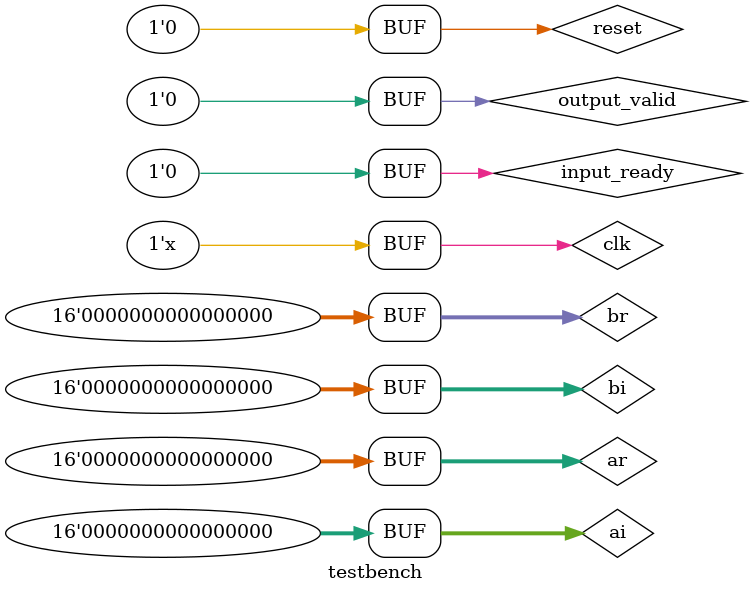
<source format=v>
`timescale 1ns / 1ps


module testbench(

    );
    
    
    reg clk,reset;
    
    reg output_valid=0;
    reg input_ready=0;
    
    
    wire input_valid;
    wire output_ready; 
    
    reg signed [15:0] ar,ai,br,bi;
    reg signed [31:0] result_r,result_i;
    
    
    wire [31:0]result_r_wire;
    wire [31:0]result_i_wire;
    
    //you are allowed to modifiy this
    complex_multiplier dut (
    .clk(clk),
    .reset(reset),
    .input_valid(output_valid),
    .output_ready(input_ready),
    .input_ready(output_ready),
    .output_valid(input_valid),
    .ar(ar),
    .ai(ai),
    .br(br),
    .bi(bi),
    .result_r(result_r_wire),
    .result_i(result_i_wire)
);


    
    always #5 clk=!clk;
    
    initial begin
    clk<=0;
    reset<=1;
    #10;
    
    reset<=0;
    
    
    #50
    
    if(output_ready)//if the complex multiplier is ready to receive the test inputs
    begin
        input_ready<=1;//if the complex_multiplier is ready, send some inputs
        output_valid<=1;
        ar<=15;
        ai<=51;
        br<=55;
        bi<=55;
    end
    
    
    #10 
    
   //clear the test data,and tell the complex multiplier 
   //there's no valid test inputs on the ports, the complex multiplier 
   //should not produce any valid results from this point
    output_valid=0;
    ar<=0;
    ai<=0;
    br<=0;
    bi<=0;
    
    
    #150
    
    if(result_r==-1980&result_i==3630)
    begin
    $display("ready valid test PASSED for 1st pair of inputs");
    end   
    else
    begin
    $display("ready valid test FAILED for 1st pair of inputs ");
    end
    #50
    if(output_ready)//if the complex multiplier is ready to receive the 2nd pair test inputs
    begin
        input_ready<=1;//if the complex_multiplier is ready, send 2nd pair inputs
        output_valid<=1;
        ar<=20;
        ai<=21;
        br<=15;
        bi<=15;
    end
    #10 
    
   //clear the test data,and tell the complex multiplier there's no valid test inputs on the ports, the complex multiplier should not produce any valid results from this point
    output_valid=0;
    ar<=0;
    ai<=0;
    br<=0;
    bi<=0;
    
    #150
    
    if(result_r==-15&result_i==615)
    begin
    $display("ready valid test PASSED for 2nd pair of inputs");
    end   
    else
    begin
    $display("ready valid test FAILED for 2nd pair of inputs failed");
    end
    
    
    
    end
        
    always@(posedge clk)
    begin
        
        if(input_valid)//if the complex multiplier is returning some valid result on the output port
        begin
            result_r<=result_r_wire;//if yes,the we collect the results and check if it is correct 
            result_i<=result_i_wire;//
        end
       
    
    end
    
endmodule

</source>
